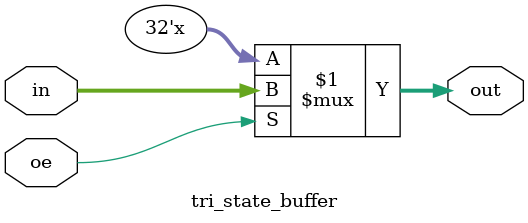
<source format=v>
module tri_state_buffer(out, in, oe);
    input [31:0] in;
    input oe;
    output [31:0] out;
    assign out = oe? in : 32'bz;
endmodule
</source>
